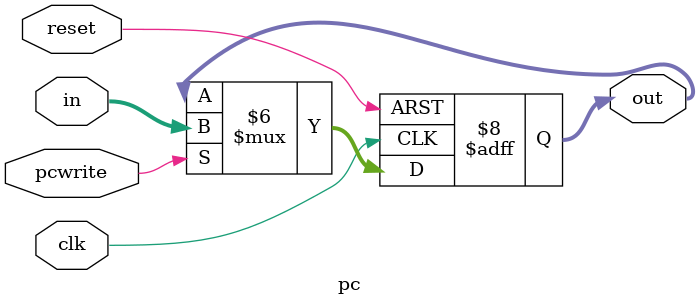
<source format=v>
`timescale 1ns / 1ps
module pc(clk,in,out,pcwrite,reset);
input clk,pcwrite,reset;
input [31:0] in;
output [31:0] out;
reg [31:0] out;
initial begin
	out='h00000000;
end
always @(posedge clk or posedge reset) begin
	if (reset==1) out=0;
	else if (pcwrite==1) out=in;
end


endmodule

</source>
